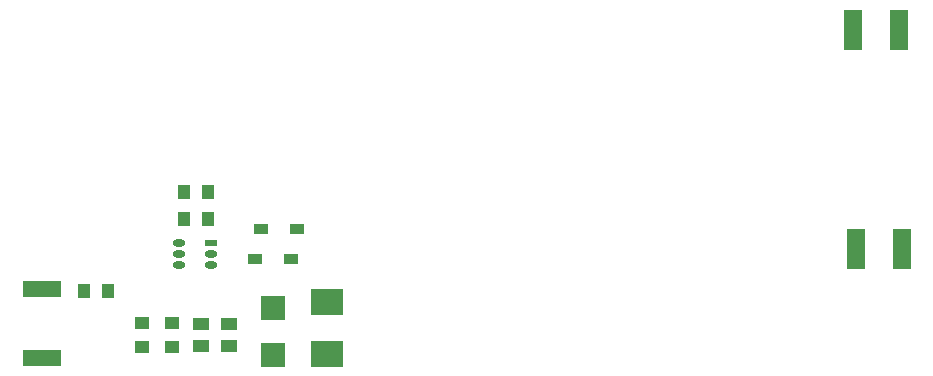
<source format=gbp>
G04 Layer_Color=128*
%FSLAX25Y25*%
%MOIN*%
G70*
G01*
G75*
%ADD10R,0.04000X0.05000*%
%ADD19R,0.07874X0.07874*%
%ADD44R,0.10799X0.08500*%
%ADD45R,0.04724X0.03347*%
%ADD46R,0.12992X0.05315*%
%ADD47R,0.05000X0.04000*%
%ADD48O,0.04134X0.02362*%
%ADD49R,0.04134X0.02362*%
%ADD50R,0.06299X0.13780*%
%ADD51R,0.05512X0.03937*%
D10*
X361500Y268000D02*
D03*
X369500D02*
D03*
X361500Y277000D02*
D03*
X369500D02*
D03*
X336000Y244000D02*
D03*
X328000D02*
D03*
D19*
X391000Y222626D02*
D03*
Y238374D02*
D03*
D44*
X409000Y222799D02*
D03*
Y240201D02*
D03*
D45*
X399004Y264500D02*
D03*
X386996D02*
D03*
X384996Y254500D02*
D03*
X397004D02*
D03*
D46*
X314000Y244516D02*
D03*
Y221484D02*
D03*
D47*
X357500Y225260D02*
D03*
Y233260D02*
D03*
X347500D02*
D03*
Y225260D02*
D03*
D48*
X359870Y252520D02*
D03*
Y256260D02*
D03*
Y260000D02*
D03*
X370500Y252520D02*
D03*
Y256260D02*
D03*
D49*
Y260000D02*
D03*
D50*
X599677Y331000D02*
D03*
X584323D02*
D03*
X600677Y258000D02*
D03*
X585323D02*
D03*
D51*
X376500Y233000D02*
D03*
Y225520D02*
D03*
X367000Y233000D02*
D03*
Y225520D02*
D03*
M02*

</source>
